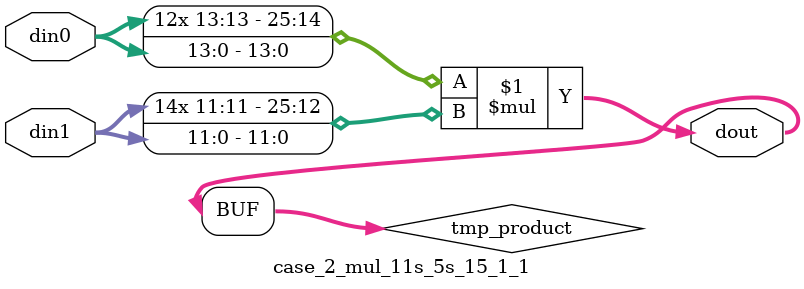
<source format=v>

`timescale 1 ns / 1 ps

 module case_2_mul_11s_5s_15_1_1(din0, din1, dout);
parameter ID = 1;
parameter NUM_STAGE = 0;
parameter din0_WIDTH = 14;
parameter din1_WIDTH = 12;
parameter dout_WIDTH = 26;

input [din0_WIDTH - 1 : 0] din0; 
input [din1_WIDTH - 1 : 0] din1; 
output [dout_WIDTH - 1 : 0] dout;

wire signed [dout_WIDTH - 1 : 0] tmp_product;



























assign tmp_product = $signed(din0) * $signed(din1);








assign dout = tmp_product;





















endmodule

</source>
